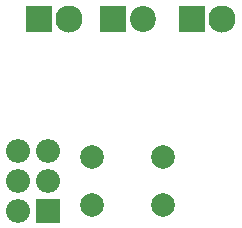
<source format=gbs>
G04 #@! TF.FileFunction,Soldermask,Bot*
%FSLAX46Y46*%
G04 Gerber Fmt 4.6, Leading zero omitted, Abs format (unit mm)*
G04 Created by KiCad (PCBNEW 4.0.0-rc1-stable) date 8/9/2016 11:22:53 PM*
%MOMM*%
G01*
G04 APERTURE LIST*
%ADD10C,0.100000*%
%ADD11R,2.027200X2.027200*%
%ADD12O,2.027200X2.027200*%
%ADD13R,2.300000X2.300000*%
%ADD14C,2.300000*%
%ADD15R,2.200000X2.300000*%
%ADD16C,2.200000*%
%ADD17C,2.000000*%
G04 APERTURE END LIST*
D10*
D11*
X105250000Y-70000000D03*
D12*
X102710000Y-70000000D03*
X105250000Y-67460000D03*
X102710000Y-67460000D03*
X105250000Y-64920000D03*
X102710000Y-64920000D03*
D13*
X117500000Y-53750000D03*
D14*
X120040000Y-53750000D03*
D13*
X104500000Y-53750000D03*
D14*
X107040000Y-53750000D03*
D15*
X110750000Y-53750000D03*
D16*
X113290000Y-53750000D03*
D17*
X109000000Y-65500000D03*
X115000000Y-65500000D03*
X109000000Y-69500000D03*
X115000000Y-69500000D03*
M02*

</source>
